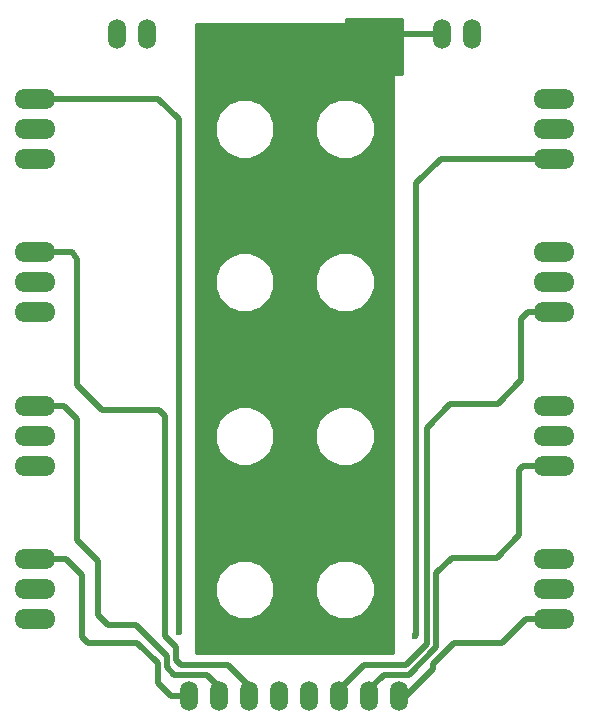
<source format=gbr>
G04 #@! TF.FileFunction,Copper,L1,Top,Signal*
%FSLAX46Y46*%
G04 Gerber Fmt 4.6, Leading zero omitted, Abs format (unit mm)*
G04 Created by KiCad (PCBNEW 4.0.4-stable) date 01/02/18 12:20:26*
%MOMM*%
%LPD*%
G01*
G04 APERTURE LIST*
%ADD10C,0.100000*%
%ADD11O,3.500120X1.699260*%
%ADD12O,1.520000X2.520000*%
%ADD13C,0.600000*%
%ADD14C,0.250000*%
%ADD15C,0.500000*%
%ADD16C,0.350000*%
%ADD17C,0.254000*%
G04 APERTURE END LIST*
D10*
D11*
X177000000Y-80000000D03*
X177000000Y-82540000D03*
X177000000Y-77460000D03*
X133000000Y-93000000D03*
X133000000Y-90460000D03*
X133000000Y-95540000D03*
X177000000Y-93000000D03*
X177000000Y-95540000D03*
X177000000Y-90460000D03*
X133000000Y-80000000D03*
X133000000Y-77460000D03*
X133000000Y-82540000D03*
D12*
X140000000Y-72000000D03*
X142540000Y-72000000D03*
X170000000Y-72000000D03*
X167460000Y-72000000D03*
D11*
X177000000Y-119000000D03*
X177000000Y-121540000D03*
X177000000Y-116460000D03*
X177000000Y-106000000D03*
X177000000Y-108540000D03*
X177000000Y-103460000D03*
X133000000Y-106000000D03*
X133000000Y-103460000D03*
X133000000Y-108540000D03*
X133000000Y-119000000D03*
X133000000Y-116460000D03*
X133000000Y-121540000D03*
D12*
X146100000Y-128000000D03*
X148640000Y-128000000D03*
X151180000Y-128000000D03*
X153720000Y-128000000D03*
X156260000Y-128000000D03*
X158800000Y-128000000D03*
X161340000Y-128000000D03*
X163880000Y-128000000D03*
D13*
X159000000Y-114500000D03*
X160000000Y-114500000D03*
X161000000Y-114500000D03*
X162000000Y-114500000D03*
X163000000Y-114500000D03*
X163000000Y-113500000D03*
X163000000Y-112500000D03*
X163000000Y-111500000D03*
X163000000Y-110500000D03*
X162000000Y-110500000D03*
X161000000Y-110500000D03*
X160000000Y-110500000D03*
X159000000Y-110500000D03*
X159000000Y-111500000D03*
X160000000Y-111500000D03*
X161000000Y-111500000D03*
X162000000Y-111500000D03*
X162000000Y-112500000D03*
X161000000Y-112500000D03*
X160000000Y-112500000D03*
X159000000Y-112500000D03*
X159000000Y-113500000D03*
X160000000Y-113500000D03*
X161000000Y-113500000D03*
X162000000Y-113500000D03*
X159000000Y-101500000D03*
X160000000Y-101500000D03*
X161000000Y-101500000D03*
X162000000Y-101500000D03*
X163000000Y-101500000D03*
X163000000Y-100500000D03*
X163000000Y-99500000D03*
X163000000Y-98500000D03*
X163000000Y-97500000D03*
X162000000Y-97500000D03*
X161000000Y-97500000D03*
X160000000Y-97500000D03*
X159000000Y-97500000D03*
X159000000Y-98500000D03*
X160000000Y-98500000D03*
X161000000Y-98500000D03*
X162000000Y-98500000D03*
X162000000Y-99500000D03*
X161000000Y-99500000D03*
X160000000Y-99500000D03*
X159000000Y-99500000D03*
X159000000Y-100500000D03*
X160000000Y-100500000D03*
X161000000Y-100500000D03*
X162000000Y-100500000D03*
X163000000Y-88500000D03*
X163000000Y-87500000D03*
X163000000Y-86500000D03*
X163000000Y-85500000D03*
X163000000Y-84500000D03*
X162000000Y-84500000D03*
X161000000Y-84500000D03*
X160000000Y-84500000D03*
X159000000Y-84500000D03*
X162000000Y-88500000D03*
X159000000Y-88500000D03*
X160000000Y-88500000D03*
X161000000Y-88500000D03*
X159000000Y-85500000D03*
X160000000Y-85500000D03*
X161000000Y-85500000D03*
X162000000Y-85500000D03*
X162000000Y-86500000D03*
X161000000Y-86500000D03*
X160000000Y-86500000D03*
X159000000Y-86500000D03*
X159000000Y-87500000D03*
X160000000Y-87500000D03*
X161000000Y-87500000D03*
X162000000Y-87500000D03*
X163750000Y-75000000D03*
X163750000Y-74000000D03*
X163750000Y-73000000D03*
X163750000Y-72000000D03*
X163750000Y-71000000D03*
X159750000Y-71000000D03*
X160750000Y-71000000D03*
X161750000Y-71000000D03*
X162750000Y-71000000D03*
X159750000Y-75000000D03*
X161750000Y-75000000D03*
X160750000Y-75000000D03*
X162750000Y-75000000D03*
X162750000Y-73000000D03*
X161750000Y-73000000D03*
X160750000Y-73000000D03*
X159750000Y-73000000D03*
X159750000Y-74000000D03*
X160750000Y-74000000D03*
X161750000Y-74000000D03*
X162750000Y-74000000D03*
X159750000Y-72000000D03*
X160750000Y-72000000D03*
X161750000Y-72000000D03*
X162750000Y-72000000D03*
X165200000Y-122900000D03*
X145200000Y-122600000D03*
D14*
X160000000Y-114500000D02*
X159000000Y-114500000D01*
X161000000Y-114500000D02*
X162000000Y-114500000D01*
X163000000Y-114500000D02*
X163000000Y-113500000D01*
X163000000Y-112500000D02*
X163000000Y-111500000D01*
X163000000Y-110500000D02*
X162000000Y-110500000D01*
X161000000Y-110500000D02*
X160000000Y-110500000D01*
X159000000Y-111500000D02*
X160000000Y-111500000D01*
X161000000Y-111500000D02*
X162000000Y-111500000D01*
X162000000Y-112500000D02*
X161000000Y-112500000D01*
X160000000Y-112500000D02*
X159000000Y-112500000D01*
X159000000Y-113500000D02*
X160000000Y-113500000D01*
X161000000Y-113500000D02*
X162000000Y-113500000D01*
X160000000Y-101500000D02*
X159000000Y-101500000D01*
X161000000Y-101500000D02*
X162000000Y-101500000D01*
X163000000Y-101500000D02*
X163000000Y-100500000D01*
X163000000Y-99500000D02*
X163000000Y-98500000D01*
X163000000Y-97500000D02*
X162000000Y-97500000D01*
X161000000Y-97500000D02*
X160000000Y-97500000D01*
X159000000Y-98500000D02*
X160000000Y-98500000D01*
X161000000Y-98500000D02*
X162000000Y-98500000D01*
X162000000Y-99500000D02*
X161000000Y-99500000D01*
X160000000Y-99500000D02*
X159000000Y-99500000D01*
X159000000Y-100500000D02*
X160000000Y-100500000D01*
X161000000Y-100500000D02*
X162000000Y-100500000D01*
X163000000Y-87500000D02*
X163000000Y-86500000D01*
X163000000Y-85500000D02*
X163000000Y-84500000D01*
X162000000Y-84500000D02*
X161000000Y-84500000D01*
X160000000Y-84500000D02*
X159000000Y-84500000D01*
X163000000Y-88500000D02*
X162000000Y-88500000D01*
X160000000Y-88500000D02*
X159000000Y-88500000D01*
X161000000Y-88500000D02*
X162000000Y-88500000D01*
X159000000Y-85500000D02*
X160000000Y-85500000D01*
X161000000Y-85500000D02*
X162000000Y-85500000D01*
X162000000Y-86500000D02*
X161000000Y-86500000D01*
X160000000Y-86500000D02*
X159000000Y-86500000D01*
X159000000Y-87500000D02*
X160000000Y-87500000D01*
X161000000Y-87500000D02*
X162000000Y-87500000D01*
D15*
X167460000Y-72000000D02*
X163750000Y-72000000D01*
D16*
X163750000Y-75000000D02*
X162750000Y-75000000D01*
X163750000Y-73000000D02*
X163750000Y-74000000D01*
X163750000Y-71000000D02*
X163750000Y-72000000D01*
X160750000Y-71000000D02*
X159750000Y-71000000D01*
X162750000Y-71000000D02*
X161750000Y-71000000D01*
D14*
X162750000Y-75000000D02*
X161750000Y-75000000D01*
X160750000Y-75000000D02*
X159750000Y-75000000D01*
X162750000Y-73000000D02*
X161750000Y-73000000D01*
X160750000Y-73000000D02*
X159750000Y-73000000D01*
X159750000Y-74000000D02*
X160750000Y-74000000D01*
X161750000Y-74000000D02*
X162750000Y-74000000D01*
X159750000Y-72000000D02*
X160750000Y-72000000D01*
X161750000Y-72000000D02*
X162750000Y-72000000D01*
D15*
X163880000Y-128000000D02*
X164400000Y-128000000D01*
X164400000Y-128000000D02*
X166700000Y-125700000D01*
X174560000Y-121540000D02*
X177000000Y-121540000D01*
X172600000Y-123500000D02*
X174560000Y-121540000D01*
X168500000Y-123500000D02*
X172600000Y-123500000D01*
X166700000Y-125300000D02*
X168500000Y-123500000D01*
X166700000Y-125700000D02*
X166700000Y-125300000D01*
X163880000Y-128000000D02*
X164000000Y-128000000D01*
X161340000Y-127460000D02*
X162600000Y-126200000D01*
X177000000Y-108540000D02*
X174340000Y-108540000D01*
X162600000Y-126200000D02*
X164700000Y-126200000D01*
X164700000Y-126200000D02*
X167000000Y-123900000D01*
X167000000Y-123900000D02*
X167000000Y-117600000D01*
X167000000Y-117600000D02*
X168300000Y-116300000D01*
X168300000Y-116300000D02*
X172100000Y-116300000D01*
X172100000Y-116300000D02*
X174000000Y-114400000D01*
X174000000Y-114400000D02*
X174000000Y-108880000D01*
X174000000Y-108880000D02*
X174340000Y-108540000D01*
X161340000Y-128000000D02*
X161340000Y-127460000D01*
X161340000Y-128000000D02*
X161340000Y-127760000D01*
X161340000Y-128000000D02*
X161340000Y-127160000D01*
X175710000Y-108540000D02*
X177000000Y-108540000D01*
X161340000Y-128000000D02*
X161340000Y-127660000D01*
X161340000Y-127000000D02*
X161340000Y-128000000D01*
X158800000Y-128000000D02*
X158800000Y-127500000D01*
X158800000Y-127500000D02*
X160900002Y-125399998D01*
X174760000Y-95540000D02*
X177000000Y-95540000D01*
X174200000Y-96100000D02*
X174760000Y-95540000D01*
X174200000Y-101300000D02*
X174200000Y-96100000D01*
X172200000Y-103300000D02*
X174200000Y-101300000D01*
X168200000Y-103300000D02*
X172200000Y-103300000D01*
X166200000Y-105300000D02*
X168200000Y-103300000D01*
X166200000Y-123600000D02*
X166200000Y-105300000D01*
X164400002Y-125399998D02*
X166200000Y-123600000D01*
X160900002Y-125399998D02*
X164400002Y-125399998D01*
X175710000Y-95540000D02*
X177000000Y-95540000D01*
X167360000Y-82540000D02*
X177000000Y-82540000D01*
X165300000Y-84600000D02*
X167360000Y-82540000D01*
X165300000Y-122800000D02*
X165300000Y-84600000D01*
X165200000Y-122900000D02*
X165300000Y-122800000D01*
X143460000Y-77460000D02*
X133000000Y-77460000D01*
X145200000Y-79200000D02*
X143460000Y-77460000D01*
X145200000Y-84600000D02*
X145200000Y-79200000D01*
X145200000Y-108600000D02*
X145200000Y-84600000D01*
X145200000Y-122600000D02*
X145200000Y-108600000D01*
X133040000Y-77500000D02*
X133000000Y-77460000D01*
X136600000Y-93000000D02*
X136600000Y-91000000D01*
X136160000Y-90460000D02*
X133000000Y-90460000D01*
X136600000Y-91000000D02*
X136160000Y-90460000D01*
X151180000Y-128000000D02*
X151180000Y-127180000D01*
X151180000Y-127180000D02*
X149400000Y-125400000D01*
X136600000Y-101700000D02*
X136600000Y-93400000D01*
X138700000Y-103800000D02*
X136600000Y-101700000D01*
X143500000Y-103800000D02*
X138700000Y-103800000D01*
X144000000Y-104300000D02*
X143500000Y-103800000D01*
X144000000Y-122900000D02*
X144000000Y-104300000D01*
X145000000Y-123900000D02*
X144000000Y-122900000D01*
X145000000Y-125000000D02*
X145000000Y-123900000D01*
X145400000Y-125400000D02*
X145000000Y-125000000D01*
X149400000Y-125400000D02*
X145400000Y-125400000D01*
X136600000Y-93400000D02*
X136600000Y-93000000D01*
X133000000Y-103460000D02*
X135460000Y-103460000D01*
X147600000Y-126200000D02*
X148640000Y-127240000D01*
X144800000Y-126200000D02*
X147600000Y-126200000D01*
X144200000Y-125600000D02*
X144800000Y-126200000D01*
X144200000Y-124600000D02*
X144200000Y-125600000D01*
X141600000Y-122000000D02*
X144200000Y-124600000D01*
X139200000Y-122000000D02*
X141600000Y-122000000D01*
X138400000Y-121200000D02*
X139200000Y-122000000D01*
X138400000Y-116600000D02*
X138400000Y-121200000D01*
X136600000Y-114800000D02*
X138400000Y-116600000D01*
X136600000Y-104600000D02*
X136600000Y-114800000D01*
X135460000Y-103460000D02*
X136600000Y-104600000D01*
X148640000Y-127240000D02*
X148640000Y-128000000D01*
X148640000Y-128000000D02*
X148640000Y-127540000D01*
X148640000Y-128000000D02*
X148640000Y-127640000D01*
X148640000Y-128000000D02*
X148640000Y-127140000D01*
X137000000Y-119100000D02*
X137000000Y-117800000D01*
X135660000Y-116460000D02*
X133000000Y-116460000D01*
X137000000Y-117800000D02*
X135660000Y-116460000D01*
X146100000Y-128000000D02*
X144500000Y-128000000D01*
X137000000Y-123000000D02*
X137000000Y-119100000D01*
X137500000Y-123500000D02*
X137000000Y-123000000D01*
X141700000Y-123500000D02*
X137500000Y-123500000D01*
X143400000Y-125200000D02*
X141700000Y-123500000D01*
X143400000Y-126900000D02*
X143400000Y-125200000D01*
X144500000Y-128000000D02*
X143400000Y-126900000D01*
D17*
G36*
X164123000Y-75373000D02*
X163500000Y-75373000D01*
X163450590Y-75383006D01*
X163408965Y-75411447D01*
X163381685Y-75453841D01*
X163373000Y-75500000D01*
X163373000Y-124373000D01*
X146627000Y-124373000D01*
X146627000Y-119502015D01*
X148228641Y-119502015D01*
X148613746Y-120434041D01*
X149326208Y-121147748D01*
X150257561Y-121534479D01*
X151266015Y-121535359D01*
X152198041Y-121150254D01*
X152911748Y-120437792D01*
X153298479Y-119506439D01*
X153298482Y-119502015D01*
X156700641Y-119502015D01*
X157085746Y-120434041D01*
X157798208Y-121147748D01*
X158729561Y-121534479D01*
X159738015Y-121535359D01*
X160670041Y-121150254D01*
X161383748Y-120437792D01*
X161770479Y-119506439D01*
X161771359Y-118497985D01*
X161386254Y-117565959D01*
X160673792Y-116852252D01*
X159742439Y-116465521D01*
X158733985Y-116464641D01*
X157801959Y-116849746D01*
X157088252Y-117562208D01*
X156701521Y-118493561D01*
X156700641Y-119502015D01*
X153298482Y-119502015D01*
X153299359Y-118497985D01*
X152914254Y-117565959D01*
X152201792Y-116852252D01*
X151270439Y-116465521D01*
X150261985Y-116464641D01*
X149329959Y-116849746D01*
X148616252Y-117562208D01*
X148229521Y-118493561D01*
X148228641Y-119502015D01*
X146627000Y-119502015D01*
X146627000Y-106502015D01*
X148228641Y-106502015D01*
X148613746Y-107434041D01*
X149326208Y-108147748D01*
X150257561Y-108534479D01*
X151266015Y-108535359D01*
X152198041Y-108150254D01*
X152911748Y-107437792D01*
X153298479Y-106506439D01*
X153298482Y-106502015D01*
X156700641Y-106502015D01*
X157085746Y-107434041D01*
X157798208Y-108147748D01*
X158729561Y-108534479D01*
X159738015Y-108535359D01*
X160670041Y-108150254D01*
X161383748Y-107437792D01*
X161770479Y-106506439D01*
X161771359Y-105497985D01*
X161386254Y-104565959D01*
X160673792Y-103852252D01*
X159742439Y-103465521D01*
X158733985Y-103464641D01*
X157801959Y-103849746D01*
X157088252Y-104562208D01*
X156701521Y-105493561D01*
X156700641Y-106502015D01*
X153298482Y-106502015D01*
X153299359Y-105497985D01*
X152914254Y-104565959D01*
X152201792Y-103852252D01*
X151270439Y-103465521D01*
X150261985Y-103464641D01*
X149329959Y-103849746D01*
X148616252Y-104562208D01*
X148229521Y-105493561D01*
X148228641Y-106502015D01*
X146627000Y-106502015D01*
X146627000Y-93502015D01*
X148228641Y-93502015D01*
X148613746Y-94434041D01*
X149326208Y-95147748D01*
X150257561Y-95534479D01*
X151266015Y-95535359D01*
X152198041Y-95150254D01*
X152911748Y-94437792D01*
X153298479Y-93506439D01*
X153298482Y-93502015D01*
X156700641Y-93502015D01*
X157085746Y-94434041D01*
X157798208Y-95147748D01*
X158729561Y-95534479D01*
X159738015Y-95535359D01*
X160670041Y-95150254D01*
X161383748Y-94437792D01*
X161770479Y-93506439D01*
X161771359Y-92497985D01*
X161386254Y-91565959D01*
X160673792Y-90852252D01*
X159742439Y-90465521D01*
X158733985Y-90464641D01*
X157801959Y-90849746D01*
X157088252Y-91562208D01*
X156701521Y-92493561D01*
X156700641Y-93502015D01*
X153298482Y-93502015D01*
X153299359Y-92497985D01*
X152914254Y-91565959D01*
X152201792Y-90852252D01*
X151270439Y-90465521D01*
X150261985Y-90464641D01*
X149329959Y-90849746D01*
X148616252Y-91562208D01*
X148229521Y-92493561D01*
X148228641Y-93502015D01*
X146627000Y-93502015D01*
X146627000Y-80502015D01*
X148228641Y-80502015D01*
X148613746Y-81434041D01*
X149326208Y-82147748D01*
X150257561Y-82534479D01*
X151266015Y-82535359D01*
X152198041Y-82150254D01*
X152911748Y-81437792D01*
X153298479Y-80506439D01*
X153298482Y-80502015D01*
X156700641Y-80502015D01*
X157085746Y-81434041D01*
X157798208Y-82147748D01*
X158729561Y-82534479D01*
X159738015Y-82535359D01*
X160670041Y-82150254D01*
X161383748Y-81437792D01*
X161770479Y-80506439D01*
X161771359Y-79497985D01*
X161386254Y-78565959D01*
X160673792Y-77852252D01*
X159742439Y-77465521D01*
X158733985Y-77464641D01*
X157801959Y-77849746D01*
X157088252Y-78562208D01*
X156701521Y-79493561D01*
X156700641Y-80502015D01*
X153298482Y-80502015D01*
X153299359Y-79497985D01*
X152914254Y-78565959D01*
X152201792Y-77852252D01*
X151270439Y-77465521D01*
X150261985Y-77464641D01*
X149329959Y-77849746D01*
X148616252Y-78562208D01*
X148229521Y-79493561D01*
X148228641Y-80502015D01*
X146627000Y-80502015D01*
X146627000Y-71127000D01*
X159250000Y-71127000D01*
X159299410Y-71116994D01*
X159341035Y-71088553D01*
X159368315Y-71046159D01*
X159377000Y-71000000D01*
X159377000Y-70710000D01*
X164123000Y-70710000D01*
X164123000Y-75373000D01*
X164123000Y-75373000D01*
G37*
X164123000Y-75373000D02*
X163500000Y-75373000D01*
X163450590Y-75383006D01*
X163408965Y-75411447D01*
X163381685Y-75453841D01*
X163373000Y-75500000D01*
X163373000Y-124373000D01*
X146627000Y-124373000D01*
X146627000Y-119502015D01*
X148228641Y-119502015D01*
X148613746Y-120434041D01*
X149326208Y-121147748D01*
X150257561Y-121534479D01*
X151266015Y-121535359D01*
X152198041Y-121150254D01*
X152911748Y-120437792D01*
X153298479Y-119506439D01*
X153298482Y-119502015D01*
X156700641Y-119502015D01*
X157085746Y-120434041D01*
X157798208Y-121147748D01*
X158729561Y-121534479D01*
X159738015Y-121535359D01*
X160670041Y-121150254D01*
X161383748Y-120437792D01*
X161770479Y-119506439D01*
X161771359Y-118497985D01*
X161386254Y-117565959D01*
X160673792Y-116852252D01*
X159742439Y-116465521D01*
X158733985Y-116464641D01*
X157801959Y-116849746D01*
X157088252Y-117562208D01*
X156701521Y-118493561D01*
X156700641Y-119502015D01*
X153298482Y-119502015D01*
X153299359Y-118497985D01*
X152914254Y-117565959D01*
X152201792Y-116852252D01*
X151270439Y-116465521D01*
X150261985Y-116464641D01*
X149329959Y-116849746D01*
X148616252Y-117562208D01*
X148229521Y-118493561D01*
X148228641Y-119502015D01*
X146627000Y-119502015D01*
X146627000Y-106502015D01*
X148228641Y-106502015D01*
X148613746Y-107434041D01*
X149326208Y-108147748D01*
X150257561Y-108534479D01*
X151266015Y-108535359D01*
X152198041Y-108150254D01*
X152911748Y-107437792D01*
X153298479Y-106506439D01*
X153298482Y-106502015D01*
X156700641Y-106502015D01*
X157085746Y-107434041D01*
X157798208Y-108147748D01*
X158729561Y-108534479D01*
X159738015Y-108535359D01*
X160670041Y-108150254D01*
X161383748Y-107437792D01*
X161770479Y-106506439D01*
X161771359Y-105497985D01*
X161386254Y-104565959D01*
X160673792Y-103852252D01*
X159742439Y-103465521D01*
X158733985Y-103464641D01*
X157801959Y-103849746D01*
X157088252Y-104562208D01*
X156701521Y-105493561D01*
X156700641Y-106502015D01*
X153298482Y-106502015D01*
X153299359Y-105497985D01*
X152914254Y-104565959D01*
X152201792Y-103852252D01*
X151270439Y-103465521D01*
X150261985Y-103464641D01*
X149329959Y-103849746D01*
X148616252Y-104562208D01*
X148229521Y-105493561D01*
X148228641Y-106502015D01*
X146627000Y-106502015D01*
X146627000Y-93502015D01*
X148228641Y-93502015D01*
X148613746Y-94434041D01*
X149326208Y-95147748D01*
X150257561Y-95534479D01*
X151266015Y-95535359D01*
X152198041Y-95150254D01*
X152911748Y-94437792D01*
X153298479Y-93506439D01*
X153298482Y-93502015D01*
X156700641Y-93502015D01*
X157085746Y-94434041D01*
X157798208Y-95147748D01*
X158729561Y-95534479D01*
X159738015Y-95535359D01*
X160670041Y-95150254D01*
X161383748Y-94437792D01*
X161770479Y-93506439D01*
X161771359Y-92497985D01*
X161386254Y-91565959D01*
X160673792Y-90852252D01*
X159742439Y-90465521D01*
X158733985Y-90464641D01*
X157801959Y-90849746D01*
X157088252Y-91562208D01*
X156701521Y-92493561D01*
X156700641Y-93502015D01*
X153298482Y-93502015D01*
X153299359Y-92497985D01*
X152914254Y-91565959D01*
X152201792Y-90852252D01*
X151270439Y-90465521D01*
X150261985Y-90464641D01*
X149329959Y-90849746D01*
X148616252Y-91562208D01*
X148229521Y-92493561D01*
X148228641Y-93502015D01*
X146627000Y-93502015D01*
X146627000Y-80502015D01*
X148228641Y-80502015D01*
X148613746Y-81434041D01*
X149326208Y-82147748D01*
X150257561Y-82534479D01*
X151266015Y-82535359D01*
X152198041Y-82150254D01*
X152911748Y-81437792D01*
X153298479Y-80506439D01*
X153298482Y-80502015D01*
X156700641Y-80502015D01*
X157085746Y-81434041D01*
X157798208Y-82147748D01*
X158729561Y-82534479D01*
X159738015Y-82535359D01*
X160670041Y-82150254D01*
X161383748Y-81437792D01*
X161770479Y-80506439D01*
X161771359Y-79497985D01*
X161386254Y-78565959D01*
X160673792Y-77852252D01*
X159742439Y-77465521D01*
X158733985Y-77464641D01*
X157801959Y-77849746D01*
X157088252Y-78562208D01*
X156701521Y-79493561D01*
X156700641Y-80502015D01*
X153298482Y-80502015D01*
X153299359Y-79497985D01*
X152914254Y-78565959D01*
X152201792Y-77852252D01*
X151270439Y-77465521D01*
X150261985Y-77464641D01*
X149329959Y-77849746D01*
X148616252Y-78562208D01*
X148229521Y-79493561D01*
X148228641Y-80502015D01*
X146627000Y-80502015D01*
X146627000Y-71127000D01*
X159250000Y-71127000D01*
X159299410Y-71116994D01*
X159341035Y-71088553D01*
X159368315Y-71046159D01*
X159377000Y-71000000D01*
X159377000Y-70710000D01*
X164123000Y-70710000D01*
X164123000Y-75373000D01*
M02*

</source>
